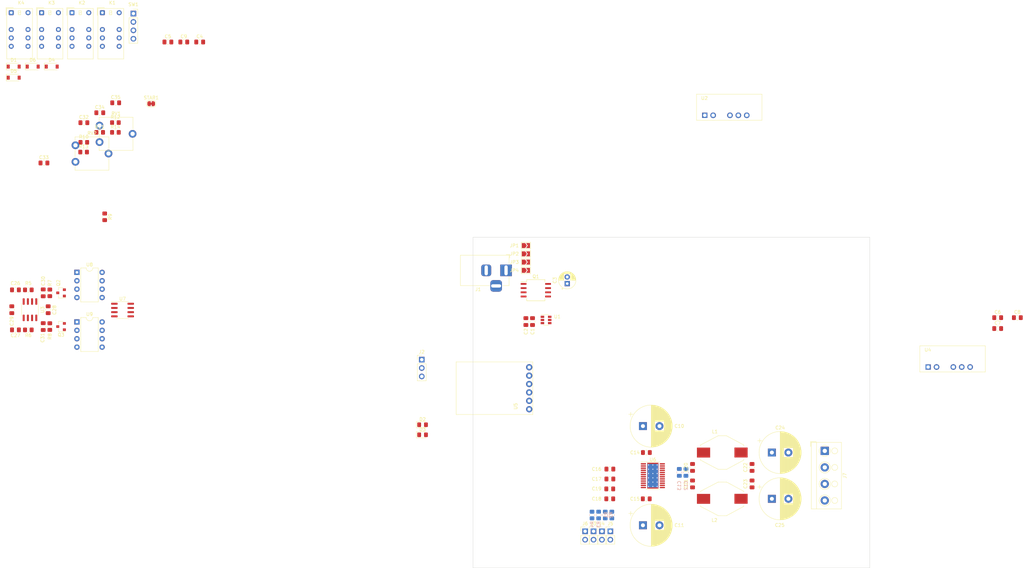
<source format=kicad_pcb>
(kicad_pcb (version 20171130) (host pcbnew "(5.1.8)-1")
  (layers (0 F.Cu signal) (1 In1.Cu power) (2 In2.Cu power) (31 B.Cu signal) (34 B.Paste user) (35 F.Paste user) (36 B.SilkS user) (37 F.SilkS user) (38 B.Mask user) (39 F.Mask user) (44 Edge.Cuts user))
  (net 0 "")
  (net 1 GNDREF)
  (net 2 /Power/Vin)
  (net 3 "Net-(C2-Pad2)")
  (net 4 V+)
  (net 5 +5V)
  (net 6 "Net-(Q1-PadG)")
  (net 7 PGND)
  (net 8 AGND_In)
  (net 9 "Net-(K1-Pad1)")
  (net 10 +5VA)
  (net 11 +15V)
  (net 12 L-In)
  (net 13 R-In)
  (net 14 "Net-(C22-Pad1)")
  (net 15 "Net-(C23-Pad2)")
  (net 16 -5V)
  (net 17 GNDA)
  (net 18 -5VA)
  (net 19 "Net-(C26-Pad1)")
  (net 20 "Net-(C27-Pad1)")
  (net 21 "Net-(C30-Pad2)")
  (net 22 "Net-(C30-Pad1)")
  (net 23 "Net-(C31-Pad2)")
  (net 24 "Net-(C31-Pad1)")
  (net 25 "Net-(C34-Pad2)")
  (net 26 "Net-(C34-Pad1)")
  (net 27 "Net-(C35-Pad2)")
  (net 28 "Net-(C35-Pad1)")
  (net 29 "Net-(D1-Pad2)")
  (net 30 "Net-(D4-Pad2)")
  (net 31 "Net-(D5-Pad2)")
  (net 32 "Net-(D6-Pad2)")
  (net 33 "Net-(K3-Pad1)")
  (net 34 "Net-(Q2-Pad2)")
  (net 35 "Net-(Q3-Pad2)")
  (net 36 "Net-(R9-Pad2)")
  (net 37 "Net-(R10-Pad2)")
  (net 38 "Net-(R11-Pad2)")
  (net 39 "Net-(R12-Pad2)")
  (net 40 /Class_D/LIN)
  (net 41 /Class_D/RIN)
  (net 42 /Class_D/VCLAMP)
  (net 43 /Class_D/BYPASS)
  (net 44 /Class_D/BSL)
  (net 45 /Class_D/LOUT)
  (net 46 /Class_D/BSR)
  (net 47 /Class_D/ROUT)
  (net 48 /Class_D/L-Out)
  (net 49 /Class_D/R-Out)
  (net 50 R-In-ISO)
  (net 51 L-In-ISO)
  (net 52 R-In-An)
  (net 53 L-In-An)
  (net 54 /Class_D/~SD)
  (net 55 /Class_D/GAIN0)
  (net 56 /Class_D/GAIN1)
  (net 57 /Class_D/MUTE)
  (net 58 L-In-OPA)
  (net 59 L-In-BT)
  (net 60 R-In-BT)
  (net 61 R-In-OPA)
  (module Package_SO:HTSSOP-24-1EP_4.4x7.8mm_P0.65mm_EP3.4x7.8mm_Mask2.4x4.68mm_ThermalVias (layer F.Cu) (at 144.4 107.1)
    (fp_text reference U6 (at 0 -4.85) (layer F.SilkS))
    (fp_text value TPA3123D2)
    (pad 25 smd rect (at 0 0) (size 3.2 7.1) (layers B.Cu) (net 1 GNDREF))
    (pad 25 thru_hole circle (at 1.3 3.25) (size 0.6 0.6) (drill 0.3) (layers *.Cu) (net 1 GNDREF))
    (pad 25 thru_hole circle (at 0 3.25) (size 0.6 0.6) (drill 0.3) (layers *.Cu) (net 1 GNDREF))
    (pad 25 thru_hole circle (at -1.3 3.25) (size 0.6 0.6) (drill 0.3) (layers *.Cu) (net 1 GNDREF))
    (pad 25 thru_hole circle (at 1.3 1.95) (size 0.6 0.6) (drill 0.3) (layers *.Cu) (net 1 GNDREF))
    (pad 25 thru_hole circle (at 0 1.95) (size 0.6 0.6) (drill 0.3) (layers *.Cu) (net 1 GNDREF))
    (pad 25 thru_hole circle (at -1.3 1.95) (size 0.6 0.6) (drill 0.3) (layers *.Cu) (net 1 GNDREF))
    (pad 25 thru_hole circle (at 1.3 0.65) (size 0.6 0.6) (drill 0.3) (layers *.Cu) (net 1 GNDREF))
    (pad 25 thru_hole circle (at 0 0.65) (size 0.6 0.6) (drill 0.3) (layers *.Cu) (net 1 GNDREF))
    (pad 25 thru_hole circle (at -1.3 0.65) (size 0.6 0.6) (drill 0.3) (layers *.Cu) (net 1 GNDREF))
    (pad 25 thru_hole circle (at 1.3 -0.65) (size 0.6 0.6) (drill 0.3) (layers *.Cu) (net 1 GNDREF))
    (pad 25 thru_hole circle (at 0 -0.65) (size 0.6 0.6) (drill 0.3) (layers *.Cu) (net 1 GNDREF))
    (pad 25 thru_hole circle (at -1.3 -0.65) (size 0.6 0.6) (drill 0.3) (layers *.Cu) (net 1 GNDREF))
    (pad 25 thru_hole circle (at 1.3 -1.95) (size 0.6 0.6) (drill 0.3) (layers *.Cu) (net 1 GNDREF))
    (pad 25 thru_hole circle (at 0 -1.95) (size 0.6 0.6) (drill 0.3) (layers *.Cu) (net 1 GNDREF))
    (pad 25 thru_hole circle (at -1.3 -1.95) (size 0.6 0.6) (drill 0.3) (layers *.Cu) (net 1 GNDREF))
    (pad 25 thru_hole circle (at 1.3 -3.25) (size 0.6 0.6) (drill 0.3) (layers *.Cu) (net 1 GNDREF))
    (pad 25 thru_hole circle (at 0 -3.25) (size 0.6 0.6) (drill 0.3) (layers *.Cu) (net 1 GNDREF))
    (pad 25 thru_hole circle (at -1.3 -3.25) (size 0.6 0.6) (drill 0.3) (layers *.Cu) (net 1 GNDREF))
    (pad 25 smd rect (at 0 0) (size 3.4 7.8) (layers F.Cu) (net 1 GNDREF))
    (pad 24 smd roundrect (at 2.8625 -3.575) (size 1.575 0.4) (layers F.Cu F.Paste F.Mask) (net 1 GNDREF))
    (pad 23 smd roundrect (at 2.8625 -2.925) (size 1.575 0.4) (layers F.Cu F.Paste F.Mask) (net 1 GNDREF))
    (pad 22 smd roundrect (at 2.8625 -2.275) (size 1.575 0.4) (layers F.Cu F.Paste F.Mask) (net 45 /Class_D/LOUT))
    (pad 21 smd roundrect (at 2.8625 -1.625) (size 1.575 0.4) (layers F.Cu F.Paste F.Mask) (net 44 /Class_D/BSL))
    (pad 20 smd roundrect (at 2.8625 -0.975) (size 1.575 0.4) (layers F.Cu F.Paste F.Mask) (net 4 V+))
    (pad 19 smd roundrect (at 2.8625 -0.325) (size 1.575 0.4) (layers F.Cu F.Paste F.Mask) (net 4 V+))
    (pad 18 smd roundrect (at 2.8625 0.325) (size 1.575 0.4) (layers F.Cu F.Paste F.Mask) (net 55 /Class_D/GAIN0))
    (pad 17 smd roundrect (at 2.8625 0.975) (size 1.575 0.4) (layers F.Cu F.Paste F.Mask) (net 56 /Class_D/GAIN1))
    (pad 16 smd roundrect (at 2.8625 1.625) (size 1.575 0.4) (layers F.Cu F.Paste F.Mask) (net 46 /Class_D/BSR))
    (pad 15 smd roundrect (at 2.8625 2.275) (size 1.575 0.4) (layers F.Cu F.Paste F.Mask) (net 47 /Class_D/ROUT))
    (pad 14 smd roundrect (at 2.8625 2.925) (size 1.575 0.4) (layers F.Cu F.Paste F.Mask) (net 1 GNDREF))
    (pad 13 smd roundrect (at 2.8625 3.575) (size 1.575 0.4) (layers F.Cu F.Paste F.Mask) (net 1 GNDREF))
    (pad 12 smd roundrect (at -2.8625 3.575) (size 1.575 0.4) (layers F.Cu F.Paste F.Mask) (net 4 V+))
    (pad 11 smd roundrect (at -2.8625 2.925) (size 1.575 0.4) (layers F.Cu F.Paste F.Mask) (net 42 /Class_D/VCLAMP))
    (pad 10 smd roundrect (at -2.8625 2.275) (size 1.575 0.4) (layers F.Cu F.Paste F.Mask) (net 4 V+))
    (pad 9 smd roundrect (at -2.8625 1.625) (size 1.575 0.4) (layers F.Cu F.Paste F.Mask) (net 1 GNDREF))
    (pad 8 smd roundrect (at -2.8625 0.975) (size 1.575 0.4) (layers F.Cu F.Paste F.Mask) (net 1 GNDREF))
    (pad 7 smd roundrect (at -2.8625 0.325) (size 1.575 0.4) (layers F.Cu F.Paste F.Mask) (net 43 /Class_D/BYPASS))
    (pad 6 smd roundrect (at -2.8625 -0.325) (size 1.575 0.4) (layers F.Cu F.Paste F.Mask) (net 41 /Class_D/RIN))
    (pad 5 smd roundrect (at -2.8625 -0.975) (size 1.575 0.4) (layers F.Cu F.Paste F.Mask) (net 40 /Class_D/LIN))
    (pad 4 smd roundrect (at -2.8625 -1.625) (size 1.575 0.4) (layers F.Cu F.Paste F.Mask) (net 57 /Class_D/MUTE))
    (pad 3 smd roundrect (at -2.8625 -2.275) (size 1.575 0.4) (layers F.Cu F.Paste F.Mask) (net 4 V+))
    (pad 2 smd roundrect (at -2.8625 -2.925) (size 1.575 0.4) (layers F.Cu F.Paste F.Mask) (net 54 /Class_D/~SD))
    (pad 1 smd roundrect (at -2.8625 -3.575) (size 1.575 0.4) (layers F.Cu F.Paste F.Mask) (net 4 V+))
  )
  (module Inductor_SMD:L_Fastron_PISN_Handsoldering (layer F.Cu) (at 165.4 114.1 180)
    (fp_text reference L2 (at 2.37 -6.47) (layer F.SilkS))
    (fp_text value 22µH)
    (pad 1 smd rect (at 5.67 -0.01 180) (size 4 3) (layers F.Cu F.Paste F.Mask) (net 47 /Class_D/ROUT))
    (pad 2 smd rect (at -5.67 0.01 180) (size 4 3) (layers F.Cu F.Paste F.Mask) (net 15 "Net-(C23-Pad2)"))
  )
  (module Capacitor_THT:CP_Radial_D12.5mm_P5.00mm (layer F.Cu) (at 141.4 92.1)
    (fp_text reference C10 (at 11 0) (layer F.SilkS))
    (fp_text value 470µF)
    (pad 2 thru_hole circle (at 5 0) (size 2.4 2.4) (drill 1.2) (layers *.Cu *.Mask) (net 1 GNDREF))
    (pad 1 thru_hole rect (at 0 0) (size 2.4 2.4) (drill 1.2) (layers *.Cu *.Mask) (net 4 V+))
  )
  (module Capacitor_SMD:C_0805_2012Metric_Pad1.18x1.45mm_HandSolder (layer B.Cu) (at 152.4 106.1 90)
    (fp_text reference C13 (at -4 0 270) (layer B.SilkS) (effects (justify mirror)))
    (fp_text value 100nF)
    (pad 2 smd roundrect (at 1.0375 0 90) (size 1.175 1.45) (layers B.Cu B.Paste B.Mask) (roundrect_rratio 0.212766) (net 1 GNDREF))
    (pad 1 smd roundrect (at -1.0375 0 90) (size 1.175 1.45) (layers B.Cu B.Paste B.Mask) (roundrect_rratio 0.212766) (net 4 V+))
  )
  (module Capacitor_THT:CP_Radial_D12.5mm_P5.00mm (layer F.Cu) (at 141.4 122.1)
    (fp_text reference C11 (at 11 0) (layer F.SilkS))
    (fp_text value 470µF)
    (pad 2 thru_hole circle (at 5 0) (size 2.4 2.4) (drill 1.2) (layers *.Cu *.Mask) (net 1 GNDREF))
    (pad 1 thru_hole rect (at 0 0) (size 2.4 2.4) (drill 1.2) (layers *.Cu *.Mask) (net 4 V+))
  )
  (module Capacitor_SMD:C_0805_2012Metric_Pad1.18x1.45mm_HandSolder (layer F.Cu) (at 131.4 105.1 180)
    (fp_text reference C16 (at 4 0) (layer F.SilkS))
    (fp_text value 1µF)
    (pad 2 smd roundrect (at 1.0375 0 180) (size 1.175 1.45) (layers F.Cu F.Paste F.Mask) (roundrect_rratio 0.212766) (net 12 L-In))
    (pad 1 smd roundrect (at -1.0375 0 180) (size 1.175 1.45) (layers F.Cu F.Paste F.Mask) (roundrect_rratio 0.212766) (net 40 /Class_D/LIN))
  )
  (module Capacitor_SMD:C_0805_2012Metric_Pad1.18x1.45mm_HandSolder (layer B.Cu) (at 154.4 106.1 90)
    (fp_text reference C12 (at -4 0 270) (layer B.SilkS) (effects (justify mirror)))
    (fp_text value 10µF)
    (pad 2 smd roundrect (at 1.0375 0 90) (size 1.175 1.45) (layers B.Cu B.Paste B.Mask) (roundrect_rratio 0.212766) (net 1 GNDREF))
    (pad 1 smd roundrect (at -1.0375 0 90) (size 1.175 1.45) (layers B.Cu B.Paste B.Mask) (roundrect_rratio 0.212766) (net 4 V+))
  )
  (module Capacitor_SMD:C_0805_2012Metric_Pad1.18x1.45mm_HandSolder (layer F.Cu) (at 156.4 109.6 90)
    (fp_text reference C21 (at 0 -2 90) (layer F.SilkS))
    (fp_text value 220nF)
    (pad 2 smd roundrect (at 1.0375 0 90) (size 1.175 1.45) (layers F.Cu F.Paste F.Mask) (roundrect_rratio 0.212766) (net 46 /Class_D/BSR))
    (pad 1 smd roundrect (at -1.0375 0 90) (size 1.175 1.45) (layers F.Cu F.Paste F.Mask) (roundrect_rratio 0.212766) (net 47 /Class_D/ROUT))
  )
  (module Capacitor_THT:CP_Radial_D12.5mm_P5.00mm (layer F.Cu) (at 180.4 114.1)
    (fp_text reference C25 (at 2.38 7.95) (layer F.SilkS))
    (fp_text value 470µF)
    (pad 2 thru_hole circle (at 5 0) (size 2.4 2.4) (drill 1.2) (layers *.Cu *.Mask) (net 49 /Class_D/R-Out))
    (pad 1 thru_hole rect (at 0 0) (size 2.4 2.4) (drill 1.2) (layers *.Cu *.Mask) (net 15 "Net-(C23-Pad2)"))
  )
  (module Capacitor_SMD:C_0805_2012Metric_Pad1.18x1.45mm_HandSolder (layer F.Cu) (at 131.3625 111.1 180)
    (fp_text reference C19 (at 3.9625 0.05) (layer F.SilkS))
    (fp_text value 1µF)
    (pad 2 smd roundrect (at 1.0375 0 180) (size 1.175 1.45) (layers F.Cu F.Paste F.Mask) (roundrect_rratio 0.212766) (net 1 GNDREF))
    (pad 1 smd roundrect (at -1.0375 0 180) (size 1.175 1.45) (layers F.Cu F.Paste F.Mask) (roundrect_rratio 0.212766) (net 43 /Class_D/BYPASS))
  )
  (module Capacitor_SMD:C_0805_2012Metric_Pad1.18x1.45mm_HandSolder (layer F.Cu) (at 131.4 108.1 180)
    (fp_text reference C17 (at 4 0) (layer F.SilkS))
    (fp_text value 1µF)
    (pad 2 smd roundrect (at 1.0375 0 180) (size 1.175 1.45) (layers F.Cu F.Paste F.Mask) (roundrect_rratio 0.212766) (net 13 R-In))
    (pad 1 smd roundrect (at -1.0375 0 180) (size 1.175 1.45) (layers F.Cu F.Paste F.Mask) (roundrect_rratio 0.212766) (net 41 /Class_D/RIN))
  )
  (module TerminalBlock_RND:TerminalBlock_RND_205-00003_1x04_P5.00mm_Horizontal (layer F.Cu) (at 196.4 99.6 270)
    (fp_text reference J7 (at 7.5 -6.06 90) (layer F.SilkS))
    (fp_text value Screw_Terminal_01x04)
    (pad 4 thru_hole circle (at 15 0 270) (size 2.5 2.5) (drill 1.3) (layers *.Cu *.Mask) (net 49 /Class_D/R-Out))
    (pad 3 thru_hole circle (at 10 0 270) (size 2.5 2.5) (drill 1.3) (layers *.Cu *.Mask) (net 1 GNDREF))
    (pad 2 thru_hole circle (at 5 0 270) (size 2.5 2.5) (drill 1.3) (layers *.Cu *.Mask) (net 1 GNDREF))
    (pad 1 thru_hole rect (at 0 0 270) (size 2.5 2.5) (drill 1.3) (layers *.Cu *.Mask) (net 48 /Class_D/L-Out))
  )
  (module Capacitor_SMD:C_0805_2012Metric_Pad1.18x1.45mm_HandSolder (layer F.Cu) (at 156.4 104.6 270)
    (fp_text reference C20 (at 0 2 90) (layer F.SilkS))
    (fp_text value 220nF)
    (pad 2 smd roundrect (at 1.0375 0 270) (size 1.175 1.45) (layers F.Cu F.Paste F.Mask) (roundrect_rratio 0.212766) (net 44 /Class_D/BSL))
    (pad 1 smd roundrect (at -1.0375 0 270) (size 1.175 1.45) (layers F.Cu F.Paste F.Mask) (roundrect_rratio 0.212766) (net 45 /Class_D/LOUT))
  )
  (module Capacitor_SMD:C_0805_2012Metric_Pad1.18x1.45mm_HandSolder (layer F.Cu) (at 174.4 104.6 270)
    (fp_text reference C22 (at 0 2 90) (layer F.SilkS))
    (fp_text value 680nF)
    (pad 2 smd roundrect (at 1.0375 0 270) (size 1.175 1.45) (layers F.Cu F.Paste F.Mask) (roundrect_rratio 0.212766) (net 1 GNDREF))
    (pad 1 smd roundrect (at -1.0375 0 270) (size 1.175 1.45) (layers F.Cu F.Paste F.Mask) (roundrect_rratio 0.212766) (net 14 "Net-(C22-Pad1)"))
  )
  (module Inductor_SMD:L_Fastron_PISN_Handsoldering (layer F.Cu) (at 165.4 100.1 180)
    (fp_text reference L1 (at 2.25 6.33) (layer F.SilkS))
    (fp_text value 22µH)
    (pad 1 smd rect (at 5.67 -0.01 180) (size 4 3) (layers F.Cu F.Paste F.Mask) (net 45 /Class_D/LOUT))
    (pad 2 smd rect (at -5.67 0.01 180) (size 4 3) (layers F.Cu F.Paste F.Mask) (net 14 "Net-(C22-Pad1)"))
  )
  (module Capacitor_SMD:C_0805_2012Metric_Pad1.18x1.45mm_HandSolder (layer F.Cu) (at 142.4 114.1)
    (fp_text reference C15 (at -3.427918 0.01) (layer F.SilkS))
    (fp_text value 1µF)
    (pad 2 smd roundrect (at 1.0375 0) (size 1.175 1.45) (layers F.Cu F.Paste F.Mask) (roundrect_rratio 0.212766) (net 1 GNDREF))
    (pad 1 smd roundrect (at -1.0375 0) (size 1.175 1.45) (layers F.Cu F.Paste F.Mask) (roundrect_rratio 0.212766) (net 4 V+))
  )
  (module Capacitor_SMD:C_0805_2012Metric_Pad1.18x1.45mm_HandSolder (layer F.Cu) (at 142.4375 100.1)
    (fp_text reference C14 (at -3.4375 0) (layer F.SilkS))
    (fp_text value 1µF)
    (pad 2 smd roundrect (at 1.0375 0) (size 1.175 1.45) (layers F.Cu F.Paste F.Mask) (roundrect_rratio 0.212766) (net 1 GNDREF))
    (pad 1 smd roundrect (at -1.0375 0) (size 1.175 1.45) (layers F.Cu F.Paste F.Mask) (roundrect_rratio 0.212766) (net 4 V+))
  )
  (module Capacitor_SMD:C_0805_2012Metric_Pad1.18x1.45mm_HandSolder (layer F.Cu) (at 174.4 109.6 270)
    (fp_text reference C23 (at 0 2 90) (layer F.SilkS))
    (fp_text value 680nF)
    (pad 2 smd roundrect (at 1.0375 0 270) (size 1.175 1.45) (layers F.Cu F.Paste F.Mask) (roundrect_rratio 0.212766) (net 15 "Net-(C23-Pad2)"))
    (pad 1 smd roundrect (at -1.0375 0 270) (size 1.175 1.45) (layers F.Cu F.Paste F.Mask) (roundrect_rratio 0.212766) (net 1 GNDREF))
  )
  (module Capacitor_SMD:C_0805_2012Metric_Pad1.18x1.45mm_HandSolder (layer F.Cu) (at 131.3625 114.1 180)
    (fp_text reference C18 (at 3.9625 0) (layer F.SilkS))
    (fp_text value 1µF)
    (pad 2 smd roundrect (at 1.0375 0 180) (size 1.175 1.45) (layers F.Cu F.Paste F.Mask) (roundrect_rratio 0.212766) (net 1 GNDREF))
    (pad 1 smd roundrect (at -1.0375 0 180) (size 1.175 1.45) (layers F.Cu F.Paste F.Mask) (roundrect_rratio 0.212766) (net 42 /Class_D/VCLAMP))
  )
  (module Capacitor_THT:CP_Radial_D12.5mm_P5.00mm (layer F.Cu) (at 180.4 100.1)
    (fp_text reference C24 (at 2.5 -7.5) (layer F.SilkS))
    (fp_text value 470µF)
    (pad 2 thru_hole circle (at 5 0) (size 2.4 2.4) (drill 1.2) (layers *.Cu *.Mask) (net 48 /Class_D/L-Out))
    (pad 1 thru_hole rect (at 0 0) (size 2.4 2.4) (drill 1.2) (layers *.Cu *.Mask) (net 14 "Net-(C22-Pad1)"))
  )
  (module Connector_PinHeader_2.54mm:PinHeader_1x03_P2.54mm_Vertical (layer F.Cu) (at 74.5 72)
    (fp_text reference J2 (at 0 -2.33) (layer F.SilkS))
    (fp_text value Conn_01x03_Female)
    (pad 3 thru_hole oval (at 0 5.08) (size 1.7 1.7) (drill 1) (layers *.Cu *.Mask) (net 53 L-In-An))
    (pad 2 thru_hole oval (at 0 2.54) (size 1.7 1.7) (drill 1) (layers *.Cu *.Mask) (net 52 R-In-An))
    (pad 1 thru_hole rect (at 0 0) (size 1.7 1.7) (drill 1) (layers *.Cu *.Mask))
  )
  (module Potentiometer_THT:Potentiometer_ACP_CA9-V10_Vertical (layer F.Cu) (at -30.244999 12.165001)
    (fp_text reference RV2 (at 5 -8.65) (layer F.SilkS))
    (fp_text value 10K)
    (pad 1 thru_hole circle (at 0 0) (size 2.34 2.34) (drill 1.3) (layers *.Cu *.Mask) (net 39 "Net-(R12-Pad2)"))
    (pad 2 thru_hole circle (at 10 -2.5) (size 2.34 2.34) (drill 1.3) (layers *.Cu *.Mask) (net 27 "Net-(C35-Pad2)"))
    (pad 3 thru_hole circle (at 0 -5) (size 2.34 2.34) (drill 1.3) (layers *.Cu *.Mask) (net 27 "Net-(C35-Pad2)"))
  )
  (module Potentiometer_THT:Potentiometer_ACP_CA9-V10_Vertical (layer F.Cu) (at -22.964999 6.205001)
    (fp_text reference RV1 (at 5 -8.65) (layer F.SilkS))
    (fp_text value 10K)
    (pad 1 thru_hole circle (at 0 0) (size 2.34 2.34) (drill 1.3) (layers *.Cu *.Mask) (net 38 "Net-(R11-Pad2)"))
    (pad 2 thru_hole circle (at 10 -2.5) (size 2.34 2.34) (drill 1.3) (layers *.Cu *.Mask) (net 25 "Net-(C34-Pad2)"))
    (pad 3 thru_hole circle (at 0 -5) (size 2.34 2.34) (drill 1.3) (layers *.Cu *.Mask) (net 25 "Net-(C34-Pad2)"))
  )
  (module Package_DIP:DIP-8_W7.62mm (layer F.Cu) (at -29.8 60.6)
    (fp_text reference U9 (at 3.81 -2.33) (layer F.SilkS))
    (fp_text value IL300)
    (pad 8 thru_hole oval (at 7.62 0) (size 1.6 1.6) (drill 0.8) (layers *.Cu *.Mask))
    (pad 4 thru_hole oval (at 0 7.62) (size 1.6 1.6) (drill 0.8) (layers *.Cu *.Mask) (net 8 AGND_In))
    (pad 7 thru_hole oval (at 7.62 2.54) (size 1.6 1.6) (drill 0.8) (layers *.Cu *.Mask))
    (pad 3 thru_hole oval (at 0 5.08) (size 1.6 1.6) (drill 0.8) (layers *.Cu *.Mask) (net 23 "Net-(C31-Pad2)"))
    (pad 6 thru_hole oval (at 7.62 5.08) (size 1.6 1.6) (drill 0.8) (layers *.Cu *.Mask) (net 27 "Net-(C35-Pad2)"))
    (pad 2 thru_hole oval (at 0 2.54) (size 1.6 1.6) (drill 0.8) (layers *.Cu *.Mask) (net 37 "Net-(R10-Pad2)"))
    (pad 5 thru_hole oval (at 7.62 7.62) (size 1.6 1.6) (drill 0.8) (layers *.Cu *.Mask) (net 17 GNDA))
    (pad 1 thru_hole rect (at 0 0) (size 1.6 1.6) (drill 0.8) (layers *.Cu *.Mask) (net 35 "Net-(Q3-Pad2)"))
  )
  (module Package_DIP:DIP-8_W7.62mm (layer F.Cu) (at -29.8 45.6)
    (fp_text reference U8 (at 3.81 -2.33) (layer F.SilkS))
    (fp_text value IL300)
    (pad 8 thru_hole oval (at 7.62 0) (size 1.6 1.6) (drill 0.8) (layers *.Cu *.Mask))
    (pad 4 thru_hole oval (at 0 7.62) (size 1.6 1.6) (drill 0.8) (layers *.Cu *.Mask) (net 8 AGND_In))
    (pad 7 thru_hole oval (at 7.62 2.54) (size 1.6 1.6) (drill 0.8) (layers *.Cu *.Mask))
    (pad 3 thru_hole oval (at 0 5.08) (size 1.6 1.6) (drill 0.8) (layers *.Cu *.Mask) (net 21 "Net-(C30-Pad2)"))
    (pad 6 thru_hole oval (at 7.62 5.08) (size 1.6 1.6) (drill 0.8) (layers *.Cu *.Mask) (net 25 "Net-(C34-Pad2)"))
    (pad 2 thru_hole oval (at 0 2.54) (size 1.6 1.6) (drill 0.8) (layers *.Cu *.Mask) (net 36 "Net-(R9-Pad2)"))
    (pad 5 thru_hole oval (at 7.62 7.62) (size 1.6 1.6) (drill 0.8) (layers *.Cu *.Mask) (net 17 GNDA))
    (pad 1 thru_hole rect (at 0 0) (size 1.6 1.6) (drill 0.8) (layers *.Cu *.Mask) (net 34 "Net-(Q2-Pad2)"))
  )
  (module Package_SO:SOIC-8_3.9x4.9mm_P1.27mm (layer F.Cu) (at -16 57)
    (fp_text reference U7 (at 0 -3.4) (layer F.SilkS))
    (fp_text value OPA1678)
    (pad 8 smd roundrect (at 2.475 -1.905) (size 1.95 0.6) (layers F.Cu F.Paste F.Mask) (net 5 +5V))
    (pad 7 smd roundrect (at 2.475 -0.635) (size 1.95 0.6) (layers F.Cu F.Paste F.Mask) (net 28 "Net-(C35-Pad1)"))
    (pad 6 smd roundrect (at 2.475 0.635) (size 1.95 0.6) (layers F.Cu F.Paste F.Mask) (net 27 "Net-(C35-Pad2)"))
    (pad 5 smd roundrect (at 2.475 1.905) (size 1.95 0.6) (layers F.Cu F.Paste F.Mask) (net 17 GNDA))
    (pad 4 smd roundrect (at -2.475 1.905) (size 1.95 0.6) (layers F.Cu F.Paste F.Mask) (net 16 -5V))
    (pad 3 smd roundrect (at -2.475 0.635) (size 1.95 0.6) (layers F.Cu F.Paste F.Mask) (net 17 GNDA))
    (pad 2 smd roundrect (at -2.475 -0.635) (size 1.95 0.6) (layers F.Cu F.Paste F.Mask) (net 25 "Net-(C34-Pad2)"))
    (pad 1 smd roundrect (at -2.475 -1.905) (size 1.95 0.6) (layers F.Cu F.Paste F.Mask) (net 26 "Net-(C34-Pad1)"))
  )
  (module Package_SO:SOIC-8_3.9x4.9mm_P1.27mm (layer F.Cu) (at -44 56.9 270)
    (fp_text reference U3 (at 0 -3.8 90) (layer F.SilkS))
    (fp_text value OPA1678)
    (pad 8 smd roundrect (at 2.475 -1.905 270) (size 1.95 0.6) (layers F.Cu F.Paste F.Mask) (net 10 +5VA))
    (pad 7 smd roundrect (at 2.475 -0.635 270) (size 1.95 0.6) (layers F.Cu F.Paste F.Mask) (net 24 "Net-(C31-Pad1)"))
    (pad 6 smd roundrect (at 2.475 0.635 270) (size 1.95 0.6) (layers F.Cu F.Paste F.Mask) (net 23 "Net-(C31-Pad2)"))
    (pad 5 smd roundrect (at 2.475 1.905 270) (size 1.95 0.6) (layers F.Cu F.Paste F.Mask) (net 8 AGND_In))
    (pad 4 smd roundrect (at -2.475 1.905 270) (size 1.95 0.6) (layers F.Cu F.Paste F.Mask) (net 18 -5VA))
    (pad 3 smd roundrect (at -2.475 0.635 270) (size 1.95 0.6) (layers F.Cu F.Paste F.Mask) (net 8 AGND_In))
    (pad 2 smd roundrect (at -2.475 -0.635 270) (size 1.95 0.6) (layers F.Cu F.Paste F.Mask) (net 21 "Net-(C30-Pad2)"))
    (pad 1 smd roundrect (at -2.475 -1.905 270) (size 1.95 0.6) (layers F.Cu F.Paste F.Mask) (net 22 "Net-(C30-Pad1)"))
  )
  (module MyLib:SIP-7 (layer F.Cu) (at 160.1 -1.9)
    (fp_text reference U2 (at -0.1 -5.2) (layer F.SilkS))
    (fp_text value TBA_2-2421)
    (pad 6 thru_hole circle (at 12.7 0) (size 1.7 1.7) (drill 1) (layers *.Cu *.Mask) (net 5 +5V))
    (pad 5 thru_hole circle (at 10.16 0) (size 1.7 1.7) (drill 1) (layers *.Cu *.Mask) (net 17 GNDA))
    (pad 4 thru_hole circle (at 7.62 0) (size 1.7 1.7) (drill 1) (layers *.Cu *.Mask) (net 16 -5V))
    (pad 2 thru_hole circle (at 2.54 0) (size 1.7 1.7) (drill 1) (layers *.Cu *.Mask) (net 1 GNDREF))
    (pad 1 thru_hole rect (at 0 0) (size 1.6 1.6) (drill 1) (layers *.Cu *.Mask) (net 4 V+))
  )
  (module Connector_PinSocket_2.54mm:PinSocket_1x04_P2.54mm_Vertical (layer F.Cu) (at -12.714999 -32.674999)
    (fp_text reference SW1 (at 0 -2.77) (layer F.SilkS))
    (fp_text value SW_SP3T)
    (pad 4 thru_hole oval (at 0 7.62) (size 1.7 1.7) (drill 1) (layers *.Cu *.Mask) (net 33 "Net-(K3-Pad1)"))
    (pad 3 thru_hole oval (at 0 5.08) (size 1.7 1.7) (drill 1) (layers *.Cu *.Mask) (net 4 V+))
    (pad 2 thru_hole oval (at 0 2.54) (size 1.7 1.7) (drill 1) (layers *.Cu *.Mask) (net 9 "Net-(K1-Pad1)"))
    (pad 1 thru_hole rect (at 0 0) (size 1.7 1.7) (drill 1) (layers *.Cu *.Mask))
  )
  (module Jumper:SolderJumper-2_P1.3mm_Bridged_RoundedPad1.0x1.5mm (layer F.Cu) (at -7.334999 -5.414999)
    (fp_text reference STAR1 (at 0 -1.8) (layer F.SilkS))
    (fp_text value SolderJumper_2_Bridged)
    (fp_poly (pts (xy 0.25 -0.3) (xy -0.25 -0.3) (xy -0.25 0.3) (xy 0.25 0.3)) (layer F.Cu) (width 0))
    (pad 1 smd custom (at -0.65 0) (size 1 0.5) (layers F.Cu F.Mask) (net 1 GNDREF) (options (clearance outline) (anchor rect)) (primitives (gr_circle (center 0 0.25) (end 0.5 0.25) (width 0)) (gr_circle (center 0 -0.25) (end 0.5 -0.25) (width 0)) (gr_poly (pts (xy 0 -0.75) (xy 0.5 -0.75) (xy 0.5 0.75) (xy 0 0.75)) (width 0))))
    (pad 2 smd custom (at 0.65 0) (size 1 0.5) (layers F.Cu F.Mask) (net 17 GNDA) (options (clearance outline) (anchor rect)) (primitives (gr_circle (center 0 0.25) (end 0.5 0.25) (width 0)) (gr_circle (center 0 -0.25) (end 0.5 -0.25) (width 0)) (gr_poly (pts (xy 0 -0.75) (xy -0.5 -0.75) (xy -0.5 0.75) (xy 0 0.75)) (width 0))))
  )
  (module Resistor_SMD:R_0805_2012Metric_Pad1.20x1.40mm_HandSolder (layer F.Cu) (at -18.164999 3.255001)
    (fp_text reference R14 (at 0 -1.65) (layer F.SilkS))
    (fp_text value 1K)
    (pad 2 smd roundrect (at 1 0) (size 1.2 1.4) (layers F.Cu F.Paste F.Mask) (roundrect_rratio 0.208333) (net 28 "Net-(C35-Pad1)"))
    (pad 1 smd roundrect (at -1 0) (size 1.2 1.4) (layers F.Cu F.Paste F.Mask) (roundrect_rratio 0.208333) (net 58 L-In-OPA))
  )
  (module Resistor_SMD:R_0805_2012Metric_Pad1.20x1.40mm_HandSolder (layer F.Cu) (at -27.774999 9.215001)
    (fp_text reference R13 (at 0 -1.65) (layer F.SilkS))
    (fp_text value 1K)
    (pad 2 smd roundrect (at 1 0) (size 1.2 1.4) (layers F.Cu F.Paste F.Mask) (roundrect_rratio 0.208333) (net 26 "Net-(C34-Pad1)"))
    (pad 1 smd roundrect (at -1 0) (size 1.2 1.4) (layers F.Cu F.Paste F.Mask) (roundrect_rratio 0.208333) (net 61 R-In-OPA))
  )
  (module Resistor_SMD:R_0805_2012Metric_Pad1.20x1.40mm_HandSolder (layer F.Cu) (at -18.164999 0.305001)
    (fp_text reference R12 (at 0 -1.65) (layer F.SilkS))
    (fp_text value 15K)
    (pad 2 smd roundrect (at 1 0) (size 1.2 1.4) (layers F.Cu F.Paste F.Mask) (roundrect_rratio 0.208333) (net 39 "Net-(R12-Pad2)"))
    (pad 1 smd roundrect (at -1 0) (size 1.2 1.4) (layers F.Cu F.Paste F.Mask) (roundrect_rratio 0.208333) (net 28 "Net-(C35-Pad1)"))
  )
  (module Resistor_SMD:R_0805_2012Metric_Pad1.20x1.40mm_HandSolder (layer F.Cu) (at -22.914999 3.255001)
    (fp_text reference R11 (at 0 -1.65) (layer F.SilkS))
    (fp_text value 15K)
    (pad 2 smd roundrect (at 1 0) (size 1.2 1.4) (layers F.Cu F.Paste F.Mask) (roundrect_rratio 0.208333) (net 38 "Net-(R11-Pad2)"))
    (pad 1 smd roundrect (at -1 0) (size 1.2 1.4) (layers F.Cu F.Paste F.Mask) (roundrect_rratio 0.208333) (net 26 "Net-(C34-Pad1)"))
  )
  (module Resistor_SMD:R_0805_2012Metric_Pad1.20x1.40mm_HandSolder (layer F.Cu) (at -27.714999 6.265001)
    (fp_text reference R10 (at 0 -1.65) (layer F.SilkS))
    (fp_text value 100R)
    (pad 2 smd roundrect (at 1 0) (size 1.2 1.4) (layers F.Cu F.Paste F.Mask) (roundrect_rratio 0.208333) (net 37 "Net-(R10-Pad2)"))
    (pad 1 smd roundrect (at -1 0) (size 1.2 1.4) (layers F.Cu F.Paste F.Mask) (roundrect_rratio 0.208333) (net 10 +5VA))
  )
  (module Resistor_SMD:R_0805_2012Metric_Pad1.20x1.40mm_HandSolder (layer F.Cu) (at -21.4 28.8 270)
    (fp_text reference R9 (at 0 -1.65 90) (layer F.SilkS))
    (fp_text value 100R)
    (pad 2 smd roundrect (at 1 0 270) (size 1.2 1.4) (layers F.Cu F.Paste F.Mask) (roundrect_rratio 0.208333) (net 36 "Net-(R9-Pad2)"))
    (pad 1 smd roundrect (at -1 0 270) (size 1.2 1.4) (layers F.Cu F.Paste F.Mask) (roundrect_rratio 0.208333) (net 10 +5VA))
  )
  (module Resistor_SMD:R_0805_2012Metric_Pad1.20x1.40mm_HandSolder (layer F.Cu) (at -38 62 270)
    (fp_text reference R8 (at 3 0 90) (layer F.SilkS))
    (fp_text value 39K)
    (pad 2 smd roundrect (at 1 0 270) (size 1.2 1.4) (layers F.Cu F.Paste F.Mask) (roundrect_rratio 0.208333) (net 23 "Net-(C31-Pad2)"))
    (pad 1 smd roundrect (at -1 0 270) (size 1.2 1.4) (layers F.Cu F.Paste F.Mask) (roundrect_rratio 0.208333) (net 10 +5VA))
  )
  (module Resistor_SMD:R_0805_2012Metric_Pad1.20x1.40mm_HandSolder (layer F.Cu) (at -38 51.8 90)
    (fp_text reference R7 (at 3 0 90) (layer F.SilkS))
    (fp_text value 39K)
    (pad 2 smd roundrect (at 1 0 90) (size 1.2 1.4) (layers F.Cu F.Paste F.Mask) (roundrect_rratio 0.208333) (net 21 "Net-(C30-Pad2)"))
    (pad 1 smd roundrect (at -1 0 90) (size 1.2 1.4) (layers F.Cu F.Paste F.Mask) (roundrect_rratio 0.208333) (net 10 +5VA))
  )
  (module Resistor_SMD:R_0805_2012Metric_Pad1.20x1.40mm_HandSolder (layer F.Cu) (at -44.5 63 180)
    (fp_text reference R6 (at 0 -1.65) (layer F.SilkS))
    (fp_text value 22K)
    (pad 2 smd roundrect (at 1 0 180) (size 1.2 1.4) (layers F.Cu F.Paste F.Mask) (roundrect_rratio 0.208333) (net 20 "Net-(C27-Pad1)"))
    (pad 1 smd roundrect (at -1 0 180) (size 1.2 1.4) (layers F.Cu F.Paste F.Mask) (roundrect_rratio 0.208333) (net 23 "Net-(C31-Pad2)"))
  )
  (module Resistor_SMD:R_0805_2012Metric_Pad1.20x1.40mm_HandSolder (layer F.Cu) (at -44.5 50.9 180)
    (fp_text reference R5 (at 0 2) (layer F.SilkS))
    (fp_text value 22K)
    (pad 2 smd roundrect (at 1 0 180) (size 1.2 1.4) (layers F.Cu F.Paste F.Mask) (roundrect_rratio 0.208333) (net 19 "Net-(C26-Pad1)"))
    (pad 1 smd roundrect (at -1 0 180) (size 1.2 1.4) (layers F.Cu F.Paste F.Mask) (roundrect_rratio 0.208333) (net 21 "Net-(C30-Pad2)"))
  )
  (module Package_TO_SOT_SMD:SOT-23 (layer F.Cu) (at -34.6 62 180)
    (fp_text reference Q3 (at 0 -2.5) (layer F.SilkS))
    (fp_text value BC858)
    (pad 3 smd rect (at 1 0 180) (size 0.9 0.8) (layers F.Cu F.Paste F.Mask) (net 8 AGND_In))
    (pad 2 smd rect (at -1 0.95 180) (size 0.9 0.8) (layers F.Cu F.Paste F.Mask) (net 35 "Net-(Q3-Pad2)"))
    (pad 1 smd rect (at -1 -0.95 180) (size 0.9 0.8) (layers F.Cu F.Paste F.Mask) (net 24 "Net-(C31-Pad1)"))
  )
  (module Package_TO_SOT_SMD:SOT-23 (layer F.Cu) (at -34.6 51.8 180)
    (fp_text reference Q2 (at 0.8 3 90) (layer F.SilkS))
    (fp_text value BC858)
    (pad 3 smd rect (at 1 0 180) (size 0.9 0.8) (layers F.Cu F.Paste F.Mask) (net 8 AGND_In))
    (pad 2 smd rect (at -1 0.95 180) (size 0.9 0.8) (layers F.Cu F.Paste F.Mask) (net 34 "Net-(Q2-Pad2)"))
    (pad 1 smd rect (at -1 -0.95 180) (size 0.9 0.8) (layers F.Cu F.Paste F.Mask) (net 22 "Net-(C30-Pad1)"))
  )
  (module Relay_THT:Relay_DPDT_Kemet_EC2 (layer F.Cu) (at -49.669999 -32.929999)
    (fp_text reference K4 (at 3 -3 180) (layer F.SilkS))
    (fp_text value EC2-24NU)
    (pad 12 thru_hole circle (at 5.08 0) (size 1.5 1.5) (drill 0.8) (layers *.Cu *.Mask) (net 32 "Net-(D6-Pad2)"))
    (pad 10 thru_hole circle (at 5.08 5.08) (size 1.5 1.5) (drill 0.8) (layers *.Cu *.Mask) (net 58 L-In-OPA))
    (pad 9 thru_hole circle (at 5.08 7.62) (size 1.5 1.5) (drill 0.8) (layers *.Cu *.Mask) (net 12 L-In))
    (pad 8 thru_hole circle (at 5.08 10.16) (size 1.5 1.5) (drill 0.8) (layers *.Cu *.Mask) (net 59 L-In-BT))
    (pad 5 thru_hole circle (at 0 10.16) (size 1.5 1.5) (drill 0.8) (layers *.Cu *.Mask) (net 60 R-In-BT))
    (pad 4 thru_hole circle (at 0 7.62) (size 1.5 1.5) (drill 0.8) (layers *.Cu *.Mask) (net 13 R-In))
    (pad 3 thru_hole circle (at 0 5.08) (size 1.5 1.5) (drill 0.8) (layers *.Cu *.Mask) (net 61 R-In-OPA))
    (pad 1 thru_hole roundrect (at 0 0) (size 1.5 1.5) (drill 0.8) (layers *.Cu *.Mask) (roundrect_rratio 0.167) (net 33 "Net-(K3-Pad1)"))
  )
  (module Relay_THT:Relay_DPDT_Kemet_EC2 (layer F.Cu) (at -40.479999 -32.929999)
    (fp_text reference K3 (at 3 -3 180) (layer F.SilkS))
    (fp_text value EC2-24NU)
    (pad 12 thru_hole circle (at 5.08 0) (size 1.5 1.5) (drill 0.8) (layers *.Cu *.Mask) (net 31 "Net-(D5-Pad2)"))
    (pad 10 thru_hole circle (at 5.08 5.08) (size 1.5 1.5) (drill 0.8) (layers *.Cu *.Mask))
    (pad 9 thru_hole circle (at 5.08 7.62) (size 1.5 1.5) (drill 0.8) (layers *.Cu *.Mask) (net 8 AGND_In))
    (pad 8 thru_hole circle (at 5.08 10.16) (size 1.5 1.5) (drill 0.8) (layers *.Cu *.Mask) (net 17 GNDA))
    (pad 5 thru_hole circle (at 0 10.16) (size 1.5 1.5) (drill 0.8) (layers *.Cu *.Mask) (net 5 +5V))
    (pad 4 thru_hole circle (at 0 7.62) (size 1.5 1.5) (drill 0.8) (layers *.Cu *.Mask) (net 11 +15V))
    (pad 3 thru_hole circle (at 0 5.08) (size 1.5 1.5) (drill 0.8) (layers *.Cu *.Mask))
    (pad 1 thru_hole roundrect (at 0 0) (size 1.5 1.5) (drill 0.8) (layers *.Cu *.Mask) (roundrect_rratio 0.167) (net 33 "Net-(K3-Pad1)"))
  )
  (module Relay_THT:Relay_DPDT_Kemet_EC2 (layer F.Cu) (at -31.289999 -32.929999)
    (fp_text reference K2 (at 3 -3 180) (layer F.SilkS))
    (fp_text value EC2-24NU)
    (pad 12 thru_hole circle (at 5.08 0) (size 1.5 1.5) (drill 0.8) (layers *.Cu *.Mask) (net 30 "Net-(D4-Pad2)"))
    (pad 10 thru_hole circle (at 5.08 5.08) (size 1.5 1.5) (drill 0.8) (layers *.Cu *.Mask))
    (pad 9 thru_hole circle (at 5.08 7.62) (size 1.5 1.5) (drill 0.8) (layers *.Cu *.Mask))
    (pad 8 thru_hole circle (at 5.08 10.16) (size 1.5 1.5) (drill 0.8) (layers *.Cu *.Mask))
    (pad 5 thru_hole circle (at 0 10.16) (size 1.5 1.5) (drill 0.8) (layers *.Cu *.Mask) (net 8 AGND_In))
    (pad 4 thru_hole circle (at 0 7.62) (size 1.5 1.5) (drill 0.8) (layers *.Cu *.Mask) (net 8 AGND_In))
    (pad 3 thru_hole circle (at 0 5.08) (size 1.5 1.5) (drill 0.8) (layers *.Cu *.Mask) (net 8 AGND_In))
    (pad 1 thru_hole roundrect (at 0 0) (size 1.5 1.5) (drill 0.8) (layers *.Cu *.Mask) (roundrect_rratio 0.167) (net 9 "Net-(K1-Pad1)"))
  )
  (module Relay_THT:Relay_DPDT_Kemet_EC2 (layer F.Cu) (at -22.099999 -32.929999)
    (fp_text reference K1 (at 3 -3 180) (layer F.SilkS))
    (fp_text value EC2-24NU)
    (pad 12 thru_hole circle (at 5.08 0) (size 1.5 1.5) (drill 0.8) (layers *.Cu *.Mask) (net 29 "Net-(D1-Pad2)"))
    (pad 10 thru_hole circle (at 5.08 5.08) (size 1.5 1.5) (drill 0.8) (layers *.Cu *.Mask))
    (pad 9 thru_hole circle (at 5.08 7.62) (size 1.5 1.5) (drill 0.8) (layers *.Cu *.Mask) (net 51 L-In-ISO))
    (pad 8 thru_hole circle (at 5.08 10.16) (size 1.5 1.5) (drill 0.8) (layers *.Cu *.Mask) (net 53 L-In-An))
    (pad 5 thru_hole circle (at 0 10.16) (size 1.5 1.5) (drill 0.8) (layers *.Cu *.Mask) (net 52 R-In-An))
    (pad 4 thru_hole circle (at 0 7.62) (size 1.5 1.5) (drill 0.8) (layers *.Cu *.Mask) (net 50 R-In-ISO))
    (pad 3 thru_hole circle (at 0 5.08) (size 1.5 1.5) (drill 0.8) (layers *.Cu *.Mask))
    (pad 1 thru_hole roundrect (at 0 0) (size 1.5 1.5) (drill 0.8) (layers *.Cu *.Mask) (roundrect_rratio 0.167) (net 9 "Net-(K1-Pad1)"))
  )
  (module Diode_SMD:D_SOD-123 (layer F.Cu) (at -43.174999 -16.634999)
    (fp_text reference D6 (at 0 -2) (layer F.SilkS))
    (fp_text value 1N4148W)
    (pad 2 smd rect (at 1.65 0) (size 0.9 1.2) (layers F.Cu F.Paste F.Mask) (net 32 "Net-(D6-Pad2)"))
    (pad 1 smd rect (at -1.65 0) (size 0.9 1.2) (layers F.Cu F.Paste F.Mask) (net 4 V+))
  )
  (module Diode_SMD:D_SOD-123 (layer F.Cu) (at -48.924999 -13.284999)
    (fp_text reference D5 (at 0 -2) (layer F.SilkS))
    (fp_text value 1N4148W)
    (pad 2 smd rect (at 1.65 0) (size 0.9 1.2) (layers F.Cu F.Paste F.Mask) (net 31 "Net-(D5-Pad2)"))
    (pad 1 smd rect (at -1.65 0) (size 0.9 1.2) (layers F.Cu F.Paste F.Mask) (net 4 V+))
  )
  (module Diode_SMD:D_SOD-123 (layer F.Cu) (at -37.424999 -16.634999)
    (fp_text reference D4 (at 0 -2) (layer F.SilkS))
    (fp_text value 1N4148W)
    (pad 2 smd rect (at 1.65 0) (size 0.9 1.2) (layers F.Cu F.Paste F.Mask) (net 30 "Net-(D4-Pad2)"))
    (pad 1 smd rect (at -1.65 0) (size 0.9 1.2) (layers F.Cu F.Paste F.Mask) (net 4 V+))
  )
  (module Diode_SMD:D_SOD-123 (layer F.Cu) (at -48.924999 -16.634999)
    (fp_text reference D1 (at 0 -2) (layer F.SilkS))
    (fp_text value 1N4148W)
    (pad 2 smd rect (at 1.65 0) (size 0.9 1.2) (layers F.Cu F.Paste F.Mask) (net 29 "Net-(D1-Pad2)"))
    (pad 1 smd rect (at -1.65 0) (size 0.9 1.2) (layers F.Cu F.Paste F.Mask) (net 4 V+))
  )
  (module Capacitor_SMD:C_0805_2012Metric_Pad1.18x1.45mm_HandSolder (layer F.Cu) (at -18.074999 -5.684999)
    (fp_text reference C35 (at 0 -1.68) (layer F.SilkS))
    (fp_text value 100pF)
    (pad 2 smd roundrect (at 1.0375 0) (size 1.175 1.45) (layers F.Cu F.Paste F.Mask) (roundrect_rratio 0.212766) (net 27 "Net-(C35-Pad2)"))
    (pad 1 smd roundrect (at -1.0375 0) (size 1.175 1.45) (layers F.Cu F.Paste F.Mask) (roundrect_rratio 0.212766) (net 28 "Net-(C35-Pad1)"))
  )
  (module Capacitor_SMD:C_0805_2012Metric_Pad1.18x1.45mm_HandSolder (layer F.Cu) (at -22.884999 -2.674999)
    (fp_text reference C34 (at 0 -1.68) (layer F.SilkS))
    (fp_text value 100pF)
    (pad 2 smd roundrect (at 1.0375 0) (size 1.175 1.45) (layers F.Cu F.Paste F.Mask) (roundrect_rratio 0.212766) (net 25 "Net-(C34-Pad2)"))
    (pad 1 smd roundrect (at -1.0375 0) (size 1.175 1.45) (layers F.Cu F.Paste F.Mask) (roundrect_rratio 0.212766) (net 26 "Net-(C34-Pad1)"))
  )
  (module Capacitor_SMD:C_0805_2012Metric_Pad1.18x1.45mm_HandSolder (layer F.Cu) (at -39.774999 12.515001)
    (fp_text reference C33 (at 0 -1.68) (layer F.SilkS))
    (fp_text value 100nF)
    (pad 2 smd roundrect (at 1.0375 0) (size 1.175 1.45) (layers F.Cu F.Paste F.Mask) (roundrect_rratio 0.212766) (net 16 -5V))
    (pad 1 smd roundrect (at -1.0375 0) (size 1.175 1.45) (layers F.Cu F.Paste F.Mask) (roundrect_rratio 0.212766) (net 17 GNDA))
  )
  (module Capacitor_SMD:C_0805_2012Metric_Pad1.18x1.45mm_HandSolder (layer F.Cu) (at -27.694999 0.335001)
    (fp_text reference C32 (at 0 -1.68) (layer F.SilkS))
    (fp_text value 100nF)
    (pad 2 smd roundrect (at 1.0375 0) (size 1.175 1.45) (layers F.Cu F.Paste F.Mask) (roundrect_rratio 0.212766) (net 17 GNDA))
    (pad 1 smd roundrect (at -1.0375 0) (size 1.175 1.45) (layers F.Cu F.Paste F.Mask) (roundrect_rratio 0.212766) (net 5 +5V))
  )
  (module Capacitor_SMD:C_0805_2012Metric_Pad1.18x1.45mm_HandSolder (layer F.Cu) (at -40 62 90)
    (fp_text reference C31 (at -3.4 -0.2 90) (layer F.SilkS))
    (fp_text value 33pF)
    (pad 2 smd roundrect (at 1.0375 0 90) (size 1.175 1.45) (layers F.Cu F.Paste F.Mask) (roundrect_rratio 0.212766) (net 23 "Net-(C31-Pad2)"))
    (pad 1 smd roundrect (at -1.0375 0 90) (size 1.175 1.45) (layers F.Cu F.Paste F.Mask) (roundrect_rratio 0.212766) (net 24 "Net-(C31-Pad1)"))
  )
  (module Capacitor_SMD:C_0805_2012Metric_Pad1.18x1.45mm_HandSolder (layer F.Cu) (at -40 51.8 90)
    (fp_text reference C30 (at 3.6 0 90) (layer F.SilkS))
    (fp_text value 33pF)
    (pad 2 smd roundrect (at 1.0375 0 90) (size 1.175 1.45) (layers F.Cu F.Paste F.Mask) (roundrect_rratio 0.212766) (net 21 "Net-(C30-Pad2)"))
    (pad 1 smd roundrect (at -1.0375 0 90) (size 1.175 1.45) (layers F.Cu F.Paste F.Mask) (roundrect_rratio 0.212766) (net 22 "Net-(C30-Pad1)"))
  )
  (module Capacitor_SMD:C_0805_2012Metric_Pad1.18x1.45mm_HandSolder (layer F.Cu) (at -49.5 56.9 90)
    (fp_text reference C29 (at -3.4625 0 90) (layer F.SilkS))
    (fp_text value 100nF)
    (pad 2 smd roundrect (at 1.0375 0 90) (size 1.175 1.45) (layers F.Cu F.Paste F.Mask) (roundrect_rratio 0.212766) (net 18 -5VA))
    (pad 1 smd roundrect (at -1.0375 0 90) (size 1.175 1.45) (layers F.Cu F.Paste F.Mask) (roundrect_rratio 0.212766) (net 8 AGND_In))
  )
  (module Capacitor_SMD:C_0805_2012Metric_Pad1.18x1.45mm_HandSolder (layer F.Cu) (at -38.5 56.9 90)
    (fp_text reference C28 (at -0.1 1.9 90) (layer F.SilkS))
    (fp_text value 100nF)
    (pad 2 smd roundrect (at 1.0375 0 90) (size 1.175 1.45) (layers F.Cu F.Paste F.Mask) (roundrect_rratio 0.212766) (net 8 AGND_In))
    (pad 1 smd roundrect (at -1.0375 0 90) (size 1.175 1.45) (layers F.Cu F.Paste F.Mask) (roundrect_rratio 0.212766) (net 10 +5VA))
  )
  (module Capacitor_SMD:C_0805_2012Metric_Pad1.18x1.45mm_HandSolder (layer F.Cu) (at -48.4 63 180)
    (fp_text reference C27 (at 0 -1.68) (layer F.SilkS))
    (fp_text value 2,2µF)
    (pad 2 smd roundrect (at 1.0375 0 180) (size 1.175 1.45) (layers F.Cu F.Paste F.Mask) (roundrect_rratio 0.212766) (net 51 L-In-ISO))
    (pad 1 smd roundrect (at -1.0375 0 180) (size 1.175 1.45) (layers F.Cu F.Paste F.Mask) (roundrect_rratio 0.212766) (net 20 "Net-(C27-Pad1)"))
  )
  (module Capacitor_SMD:C_0805_2012Metric_Pad1.18x1.45mm_HandSolder (layer F.Cu) (at -48.4 50.9 180)
    (fp_text reference C26 (at 0 2) (layer F.SilkS))
    (fp_text value 2,2µF)
    (pad 2 smd roundrect (at 1.0375 0 180) (size 1.175 1.45) (layers F.Cu F.Paste F.Mask) (roundrect_rratio 0.212766) (net 50 R-In-ISO))
    (pad 1 smd roundrect (at -1.0375 0 180) (size 1.175 1.45) (layers F.Cu F.Paste F.Mask) (roundrect_rratio 0.212766) (net 19 "Net-(C26-Pad1)"))
  )
  (module Capacitor_SMD:C_0805_2012Metric_Pad1.18x1.45mm_HandSolder (layer F.Cu) (at 2.525001 -24.074999)
    (fp_text reference C9 (at 0 -1.68) (layer F.SilkS))
    (fp_text value 10µF)
    (pad 2 smd roundrect (at 1.0375 0) (size 1.175 1.45) (layers F.Cu F.Paste F.Mask) (roundrect_rratio 0.212766) (net 18 -5VA))
    (pad 1 smd roundrect (at -1.0375 0) (size 1.175 1.45) (layers F.Cu F.Paste F.Mask) (roundrect_rratio 0.212766) (net 8 AGND_In))
  )
  (module Capacitor_SMD:C_0805_2012Metric_Pad1.18x1.45mm_HandSolder (layer F.Cu) (at -2.284999 -24.074999)
    (fp_text reference C5 (at 0 -1.68) (layer F.SilkS))
    (fp_text value 10µF)
    (pad 2 smd roundrect (at 1.0375 0) (size 1.175 1.45) (layers F.Cu F.Paste F.Mask) (roundrect_rratio 0.212766) (net 17 GNDA))
    (pad 1 smd roundrect (at -1.0375 0) (size 1.175 1.45) (layers F.Cu F.Paste F.Mask) (roundrect_rratio 0.212766) (net 5 +5V))
  )
  (module Capacitor_SMD:C_0805_2012Metric_Pad1.18x1.45mm_HandSolder (layer F.Cu) (at 7.335001 -24.074999)
    (fp_text reference C4 (at 0 -1.68) (layer F.SilkS))
    (fp_text value 10µF)
    (pad 2 smd roundrect (at 1.0375 0) (size 1.175 1.45) (layers F.Cu F.Paste F.Mask) (roundrect_rratio 0.212766) (net 16 -5V))
    (pad 1 smd roundrect (at -1.0375 0) (size 1.175 1.45) (layers F.Cu F.Paste F.Mask) (roundrect_rratio 0.212766) (net 17 GNDA))
  )
  (module Connector_PinHeader_2.54mm:PinHeader_1x02_P2.54mm_Vertical (layer F.Cu) (at 123.92 123.92)
    (fp_text reference J6 (at 0 -2.33) (layer F.SilkS))
    (fp_text value Conn_01x02_Female)
    (pad 2 thru_hole oval (at 0 2.54) (size 1.7 1.7) (drill 1) (layers *.Cu *.Mask) (net 57 /Class_D/MUTE))
    (pad 1 thru_hole rect (at 0 0) (size 1.7 1.7) (drill 1) (layers *.Cu *.Mask) (net 4 V+))
  )
  (module Connector_PinHeader_2.54mm:PinHeader_1x02_P2.54mm_Vertical (layer F.Cu) (at 131.54 123.92)
    (fp_text reference J5 (at 0 -2.33) (layer F.SilkS))
    (fp_text value Conn_01x02_Female)
    (pad 2 thru_hole oval (at 0 2.54) (size 1.7 1.7) (drill 1) (layers *.Cu *.Mask) (net 1 GNDREF))
    (pad 1 thru_hole rect (at 0 0) (size 1.7 1.7) (drill 1) (layers *.Cu *.Mask) (net 56 /Class_D/GAIN1))
  )
  (module Connector_PinHeader_2.54mm:PinHeader_1x02_P2.54mm_Vertical (layer F.Cu) (at 129 123.92)
    (fp_text reference J4 (at 0 -2.33) (layer F.SilkS))
    (fp_text value Conn_01x02_Female)
    (pad 2 thru_hole oval (at 0 2.54) (size 1.7 1.7) (drill 1) (layers *.Cu *.Mask) (net 1 GNDREF))
    (pad 1 thru_hole rect (at 0 0) (size 1.7 1.7) (drill 1) (layers *.Cu *.Mask) (net 55 /Class_D/GAIN0))
  )
  (module Connector_PinHeader_2.54mm:PinHeader_1x02_P2.54mm_Vertical (layer F.Cu) (at 126.46 123.92)
    (fp_text reference J3 (at 0 -2.33) (layer F.SilkS))
    (fp_text value Conn_01x02_Female)
    (pad 2 thru_hole oval (at 0 2.54) (size 1.7 1.7) (drill 1) (layers *.Cu *.Mask) (net 1 GNDREF))
    (pad 1 thru_hole rect (at 0 0) (size 1.7 1.7) (drill 1) (layers *.Cu *.Mask) (net 54 /Class_D/~SD))
  )
  (module Resistor_SMD:R_0805_2012Metric_Pad1.20x1.40mm_HandSolder (layer B.Cu) (at 126 119 90)
    (fp_text reference R4 (at -2.85 0 -90) (layer B.SilkS) (effects (justify mirror)))
    (fp_text value 10k)
    (pad 2 smd roundrect (at 1 0 90) (size 1.2 1.4) (layers B.Cu B.Paste B.Mask) (roundrect_rratio 0.208333) (net 1 GNDREF))
    (pad 1 smd roundrect (at -1 0 90) (size 1.2 1.4) (layers B.Cu B.Paste B.Mask) (roundrect_rratio 0.208333) (net 57 /Class_D/MUTE))
  )
  (module Resistor_SMD:R_0805_2012Metric_Pad1.20x1.40mm_HandSolder (layer B.Cu) (at 128 119 270)
    (fp_text reference R3 (at 2.85 0 270) (layer B.SilkS) (effects (justify mirror)))
    (fp_text value 10K)
    (pad 2 smd roundrect (at 1 0 270) (size 1.2 1.4) (layers B.Cu B.Paste B.Mask) (roundrect_rratio 0.208333) (net 54 /Class_D/~SD))
    (pad 1 smd roundrect (at -1 0 270) (size 1.2 1.4) (layers B.Cu B.Paste B.Mask) (roundrect_rratio 0.208333) (net 4 V+))
  )
  (module Resistor_SMD:R_0805_2012Metric_Pad1.20x1.40mm_HandSolder (layer B.Cu) (at 130 119 270)
    (fp_text reference R2 (at 0 -1.7 270) (layer B.SilkS) (effects (justify mirror)))
    (fp_text value 10K)
    (pad 2 smd roundrect (at 1 0 270) (size 1.2 1.4) (layers B.Cu B.Paste B.Mask) (roundrect_rratio 0.208333) (net 55 /Class_D/GAIN0))
    (pad 1 smd roundrect (at -1 0 270) (size 1.2 1.4) (layers B.Cu B.Paste B.Mask) (roundrect_rratio 0.208333) (net 4 V+))
  )
  (module Resistor_SMD:R_0805_2012Metric_Pad1.20x1.40mm_HandSolder (layer B.Cu) (at 132 119 270)
    (fp_text reference R1 (at 0 1.8 270) (layer B.SilkS) (effects (justify mirror)))
    (fp_text value 10K)
    (pad 2 smd roundrect (at 1 0 270) (size 1.2 1.4) (layers B.Cu B.Paste B.Mask) (roundrect_rratio 0.208333) (net 56 /Class_D/GAIN1))
    (pad 1 smd roundrect (at -1 0 270) (size 1.2 1.4) (layers B.Cu B.Paste B.Mask) (roundrect_rratio 0.208333) (net 4 V+))
  )
  (module Capacitor_SMD:C_0805_2012Metric_Pad1.18x1.45mm_HandSolder (layer F.Cu) (at 254.65 59.3)
    (fp_text reference C8 (at 0 -1.68) (layer F.SilkS))
    (fp_text value 10µF)
    (pad 2 smd roundrect (at 1.0375 0) (size 1.175 1.45) (layers F.Cu F.Paste F.Mask) (roundrect_rratio 0.212766) (net 1 GNDREF))
    (pad 1 smd roundrect (at -1.0375 0) (size 1.175 1.45) (layers F.Cu F.Paste F.Mask) (roundrect_rratio 0.212766) (net 4 V+))
  )
  (module Capacitor_SMD:C_0805_2012Metric_Pad1.18x1.45mm_HandSolder (layer F.Cu) (at 248.7 62.59)
    (fp_text reference C7 (at 0 -1.68) (layer F.SilkS))
    (fp_text value 10µF)
    (pad 2 smd roundrect (at 1.0375 0) (size 1.175 1.45) (layers F.Cu F.Paste F.Mask) (roundrect_rratio 0.212766) (net 8 AGND_In))
    (pad 1 smd roundrect (at -1.0375 0) (size 1.175 1.45) (layers F.Cu F.Paste F.Mask) (roundrect_rratio 0.212766) (net 10 +5VA))
  )
  (module Capacitor_SMD:C_0805_2012Metric_Pad1.18x1.45mm_HandSolder (layer F.Cu) (at 248.7 59.3)
    (fp_text reference C6 (at 0 -1.68) (layer F.SilkS))
    (fp_text value 10µF)
    (pad 2 smd roundrect (at 1.0375 0) (size 1.175 1.45) (layers F.Cu F.Paste F.Mask) (roundrect_rratio 0.212766) (net 7 PGND))
    (pad 1 smd roundrect (at -1.0375 0) (size 1.175 1.45) (layers F.Cu F.Paste F.Mask) (roundrect_rratio 0.212766) (net 4 V+))
  )
  (module Capacitor_SMD:C_0805_2012Metric_Pad1.18x1.45mm_HandSolder (layer F.Cu) (at 106 60.4875 90)
    (fp_text reference C2 (at -3.0125 0 90) (layer F.SilkS))
    (fp_text value 100nF)
    (pad 2 smd roundrect (at 1.0375 0 90) (size 1.175 1.45) (layers F.Cu F.Paste F.Mask) (roundrect_rratio 0.212766) (net 3 "Net-(C2-Pad2)"))
    (pad 1 smd roundrect (at -1.0375 0 90) (size 1.175 1.45) (layers F.Cu F.Paste F.Mask) (roundrect_rratio 0.212766) (net 2 /Power/Vin))
  )
  (module Capacitor_SMD:C_0805_2012Metric_Pad1.18x1.45mm_HandSolder (layer F.Cu) (at 108 60.4875 90)
    (fp_text reference C1 (at -3.0125 0 90) (layer F.SilkS))
    (fp_text value 22nF)
    (pad 2 smd roundrect (at 1.0375 0 90) (size 1.175 1.45) (layers F.Cu F.Paste F.Mask) (roundrect_rratio 0.212766) (net 1 GNDREF))
    (pad 1 smd roundrect (at -1.0375 0 90) (size 1.175 1.45) (layers F.Cu F.Paste F.Mask) (roundrect_rratio 0.212766) (net 2 /Power/Vin))
  )
  (module MyLib:MH-M18 (layer F.Cu) (at 107 87 90)
    (fp_text reference U5 (at 0.9 -4.1 90) (layer F.SilkS))
    (fp_text value MH-M18)
    (pad 1 thru_hole circle (at 0 0 90) (size 1.9 1.9) (drill 1) (layers *.Cu *.Mask) (net 60 R-In-BT))
    (pad 2 thru_hole circle (at 2.54 0 90) (size 1.9 1.9) (drill 1) (layers *.Cu *.Mask) (net 59 L-In-BT))
    (pad 3 thru_hole circle (at 5.08 0 90) (size 1.9 1.9) (drill 1) (layers *.Cu *.Mask) (net 8 AGND_In))
    (pad 4 thru_hole circle (at 7.62 0 90) (size 1.9 1.9) (drill 1) (layers *.Cu *.Mask) (net 11 +15V))
    (pad 5 thru_hole circle (at 10.16 0 90) (size 1.9 1.9) (drill 1) (layers *.Cu *.Mask))
    (pad 6 thru_hole circle (at 12.7 0 90) (size 1.9 1.9) (drill 1) (layers *.Cu *.Mask))
  )
  (module MyLib:SIP-7 (layer F.Cu) (at 227.665 74.235)
    (fp_text reference U4 (at -0.1 -5.2) (layer F.SilkS))
    (fp_text value TBA_2-2421)
    (pad 6 thru_hole circle (at 12.7 0) (size 1.7 1.7) (drill 1) (layers *.Cu *.Mask) (net 10 +5VA))
    (pad 5 thru_hole circle (at 10.16 0) (size 1.7 1.7) (drill 1) (layers *.Cu *.Mask) (net 8 AGND_In))
    (pad 4 thru_hole circle (at 7.62 0) (size 1.7 1.7) (drill 1) (layers *.Cu *.Mask) (net 18 -5VA))
    (pad 2 thru_hole circle (at 2.54 0) (size 1.7 1.7) (drill 1) (layers *.Cu *.Mask) (net 7 PGND))
    (pad 1 thru_hole rect (at 0 0) (size 1.6 1.6) (drill 1) (layers *.Cu *.Mask) (net 4 V+))
  )
  (module Diode_SMD:D_0805_2012Metric_Pad1.15x1.40mm_HandSolder (layer F.Cu) (at 74.745 94.735)
    (fp_text reference D3 (at 0 -1.65) (layer F.SilkS))
    (fp_text value "WE 82350120101")
    (pad 2 smd roundrect (at 1.025 0) (size 1.15 1.4) (layers F.Cu F.Paste F.Mask) (roundrect_rratio 0.217391) (net 8 AGND_In))
    (pad 1 smd roundrect (at -1.025 0) (size 1.15 1.4) (layers F.Cu F.Paste F.Mask) (roundrect_rratio 0.217391) (net 53 L-In-An))
  )
  (module Diode_SMD:D_0805_2012Metric_Pad1.15x1.40mm_HandSolder (layer F.Cu) (at 74.745 91.695)
    (fp_text reference D2 (at 0 -1.65) (layer F.SilkS))
    (fp_text value "WE 82350120101")
    (pad 2 smd roundrect (at 1.025 0) (size 1.15 1.4) (layers F.Cu F.Paste F.Mask) (roundrect_rratio 0.217391) (net 8 AGND_In))
    (pad 1 smd roundrect (at -1.025 0) (size 1.15 1.4) (layers F.Cu F.Paste F.Mask) (roundrect_rratio 0.217391) (net 52 R-In-An))
  )
  (module Package_TO_SOT_SMD:SOT-23-6 (layer F.Cu) (at 112.1 60)
    (fp_text reference U1 (at 3.4 -1) (layer F.SilkS))
    (fp_text value LM74700)
    (pad 5 smd rect (at 1.1 0) (size 1.06 0.65) (layers F.Cu F.Paste F.Mask) (net 6 "Net-(Q1-PadG)"))
    (pad 6 smd rect (at 1.1 -0.95) (size 1.06 0.65) (layers F.Cu F.Paste F.Mask) (net 2 /Power/Vin))
    (pad 4 smd rect (at 1.1 0.95) (size 1.06 0.65) (layers F.Cu F.Paste F.Mask) (net 4 V+))
    (pad 3 smd rect (at -1.1 0.95) (size 1.06 0.65) (layers F.Cu F.Paste F.Mask) (net 2 /Power/Vin))
    (pad 2 smd rect (at -1.1 0) (size 1.06 0.65) (layers F.Cu F.Paste F.Mask) (net 1 GNDREF))
    (pad 1 smd rect (at -1.1 -0.95) (size 1.06 0.65) (layers F.Cu F.Paste F.Mask) (net 3 "Net-(C2-Pad2)"))
  )
  (module MyLib:N-CH-SO-8_5.3x6.2mm_P1.27mm (layer F.Cu) (at 109 51)
    (fp_text reference Q1 (at 0 -4.13) (layer F.SilkS))
    (fp_text value DMT6012LSS)
    (pad D smd rect (at 3.7 -1.905) (size 1.75 0.55) (layers F.Cu F.Paste F.Mask) (net 4 V+))
    (pad D smd rect (at 3.7 -0.635) (size 1.75 0.55) (layers F.Cu F.Paste F.Mask) (net 4 V+))
    (pad D smd rect (at 3.7 0.635) (size 1.75 0.55) (layers F.Cu F.Paste F.Mask) (net 4 V+))
    (pad D smd rect (at 3.7 1.905) (size 1.75 0.55) (layers F.Cu F.Paste F.Mask) (net 4 V+))
    (pad G smd rect (at -3.7 1.905) (size 1.75 0.55) (layers F.Cu F.Paste F.Mask) (net 6 "Net-(Q1-PadG)"))
    (pad S smd rect (at -3.7 0.635) (size 1.75 0.55) (layers F.Cu F.Paste F.Mask) (net 2 /Power/Vin))
    (pad S smd rect (at -3.7 -0.635) (size 1.75 0.55) (layers F.Cu F.Paste F.Mask) (net 2 /Power/Vin))
    (pad S smd rect (at -3.7 -1.905) (size 1.75 0.55) (layers F.Cu F.Paste F.Mask) (net 2 /Power/Vin))
  )
  (module Jumper:SolderJumper-2_P1.3mm_Open_TrianglePad1.0x1.5mm (layer F.Cu) (at 106 45)
    (fp_text reference JP4 (at -3.5 0) (layer F.SilkS))
    (fp_text value Jumper_2_Open)
    (pad 1 smd custom (at -0.725 0) (size 0.3 0.3) (layers F.Cu F.Mask) (net 2 /Power/Vin) (options (clearance outline) (anchor rect)) (primitives (gr_poly (pts (xy -0.5 -0.75) (xy 0.5 -0.75) (xy 1 0) (xy 0.5 0.75) (xy -0.5 0.75)) (width 0))))
    (pad 2 smd custom (at 0.725 0) (size 0.3 0.3) (layers F.Cu F.Mask) (net 4 V+) (options (clearance outline) (anchor rect)) (primitives (gr_poly (pts (xy -0.65 -0.75) (xy 0.5 -0.75) (xy 0.5 0.75) (xy -0.65 0.75) (xy -0.15 0)) (width 0))))
  )
  (module Jumper:SolderJumper-2_P1.3mm_Open_TrianglePad1.0x1.5mm (layer F.Cu) (at 106 42.5)
    (fp_text reference JP3 (at -3.5 0) (layer F.SilkS))
    (fp_text value Jumper_2_Open)
    (pad 1 smd custom (at -0.725 0) (size 0.3 0.3) (layers F.Cu F.Mask) (net 2 /Power/Vin) (options (clearance outline) (anchor rect)) (primitives (gr_poly (pts (xy -0.5 -0.75) (xy 0.5 -0.75) (xy 1 0) (xy 0.5 0.75) (xy -0.5 0.75)) (width 0))))
    (pad 2 smd custom (at 0.725 0) (size 0.3 0.3) (layers F.Cu F.Mask) (net 4 V+) (options (clearance outline) (anchor rect)) (primitives (gr_poly (pts (xy -0.65 -0.75) (xy 0.5 -0.75) (xy 0.5 0.75) (xy -0.65 0.75) (xy -0.15 0)) (width 0))))
  )
  (module Jumper:SolderJumper-2_P1.3mm_Open_TrianglePad1.0x1.5mm (layer F.Cu) (at 106 40)
    (fp_text reference JP2 (at -3.5 0) (layer F.SilkS))
    (fp_text value Jumper_2_Open)
    (pad 1 smd custom (at -0.725 0) (size 0.3 0.3) (layers F.Cu F.Mask) (net 2 /Power/Vin) (options (clearance outline) (anchor rect)) (primitives (gr_poly (pts (xy -0.5 -0.75) (xy 0.5 -0.75) (xy 1 0) (xy 0.5 0.75) (xy -0.5 0.75)) (width 0))))
    (pad 2 smd custom (at 0.725 0) (size 0.3 0.3) (layers F.Cu F.Mask) (net 4 V+) (options (clearance outline) (anchor rect)) (primitives (gr_poly (pts (xy -0.65 -0.75) (xy 0.5 -0.75) (xy 0.5 0.75) (xy -0.65 0.75) (xy -0.15 0)) (width 0))))
  )
  (module Jumper:SolderJumper-2_P1.3mm_Open_TrianglePad1.0x1.5mm (layer F.Cu) (at 106 37.5)
    (fp_text reference JP1 (at -3.5 0) (layer F.SilkS))
    (fp_text value Jumper_2_Open)
    (pad 1 smd custom (at -0.725 0) (size 0.3 0.3) (layers F.Cu F.Mask) (net 2 /Power/Vin) (options (clearance outline) (anchor rect)) (primitives (gr_poly (pts (xy -0.5 -0.75) (xy 0.5 -0.75) (xy 1 0) (xy 0.5 0.75) (xy -0.5 0.75)) (width 0))))
    (pad 2 smd custom (at 0.725 0) (size 0.3 0.3) (layers F.Cu F.Mask) (net 4 V+) (options (clearance outline) (anchor rect)) (primitives (gr_poly (pts (xy -0.65 -0.75) (xy 0.5 -0.75) (xy 0.5 0.75) (xy -0.65 0.75) (xy -0.15 0)) (width 0))))
  )
  (module Connector_BarrelJack:BarrelJack_Horizontal (layer F.Cu) (at 100 45)
    (fp_text reference J1 (at -8.45 5.75) (layer F.SilkS))
    (fp_text value Jack-DC)
    (pad 3 thru_hole roundrect (at -3 4.7) (size 3.5 3.5) (drill oval 3 1) (layers *.Cu *.Mask))
    (pad 2 thru_hole roundrect (at -6 0) (size 3 3.5) (drill oval 1 3) (layers *.Cu *.Mask) (net 1 GNDREF))
    (pad 1 thru_hole rect (at 0 0) (size 3.5 3.5) (drill oval 1 3) (layers *.Cu *.Mask) (net 2 /Power/Vin))
  )
  (module Capacitor_THT:CP_Radial_D5.0mm_P2.00mm (layer F.Cu) (at 118.5 49 90)
    (fp_text reference C3 (at 1 -3.75 90) (layer F.SilkS))
    (fp_text value 47µF)
    (pad 2 thru_hole circle (at 2 0 90) (size 1.6 1.6) (drill 0.8) (layers *.Cu *.Mask) (net 1 GNDREF))
    (pad 1 thru_hole rect (at 0 0 90) (size 1.6 1.6) (drill 0.8) (layers *.Cu *.Mask) (net 4 V+))
  )
  (gr_line (start 210 35) (end 210 135) (layer Edge.Cuts) (width 0.1))
  (gr_line (start 90 35) (end 210 35) (layer Edge.Cuts) (width 0.1))
  (gr_line (start 90 135) (end 90 35) (layer Edge.Cuts) (width 0.1))
  (gr_line (start 210 135) (end 90 135) (layer Edge.Cuts) (width 0.1))
)
</source>
